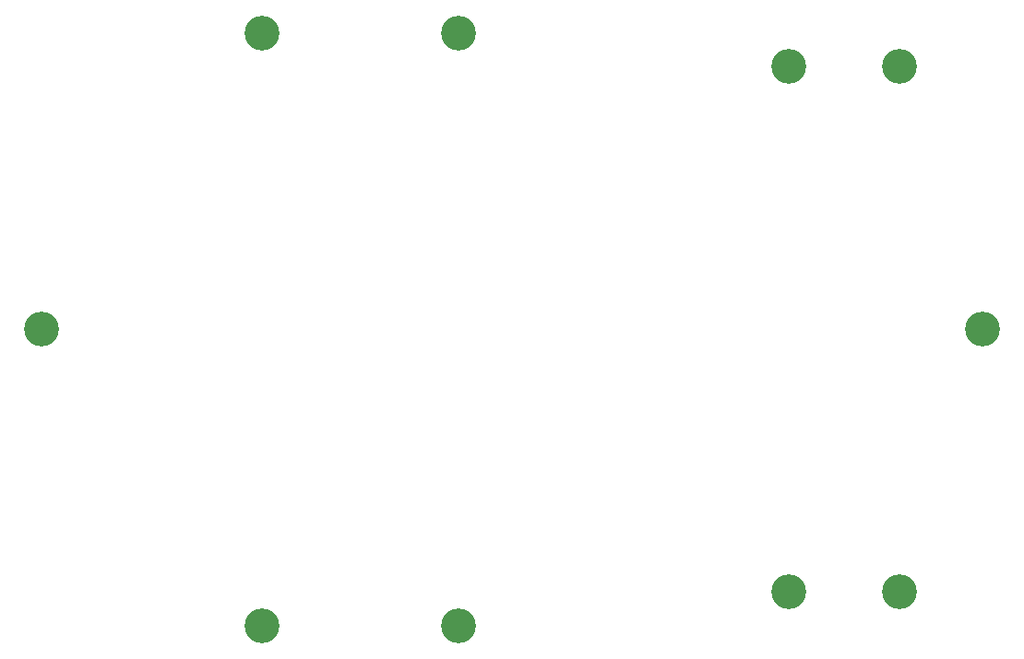
<source format=gbr>
%TF.GenerationSoftware,KiCad,Pcbnew,9.0.1*%
%TF.CreationDate,2025-07-23T10:34:01+02:00*%
%TF.ProjectId,mainboard,6d61696e-626f-4617-9264-2e6b69636164,rev?*%
%TF.SameCoordinates,Original*%
%TF.FileFunction,NonPlated,1,2,NPTH,Drill*%
%TF.FilePolarity,Positive*%
%FSLAX46Y46*%
G04 Gerber Fmt 4.6, Leading zero omitted, Abs format (unit mm)*
G04 Created by KiCad (PCBNEW 9.0.1) date 2025-07-23 10:34:01*
%MOMM*%
%LPD*%
G01*
G04 APERTURE LIST*
%TA.AperFunction,ComponentDrill*%
%ADD10C,3.200000*%
%TD*%
G04 APERTURE END LIST*
D10*
%TO.C,H1*%
X75800000Y-105000000D03*
%TO.C,M1*%
X96000000Y-77800000D03*
%TO.C,M2*%
X96000000Y-132275000D03*
%TO.C,M1*%
X114000000Y-77800000D03*
%TO.C,M2*%
X114000000Y-132275000D03*
%TO.C,H3*%
X144370000Y-80870000D03*
%TO.C,H5*%
X144370000Y-129130000D03*
%TO.C,H4*%
X154530000Y-80870000D03*
%TO.C,H6*%
X154530000Y-129130000D03*
%TO.C,H2*%
X162100000Y-105000000D03*
M02*

</source>
